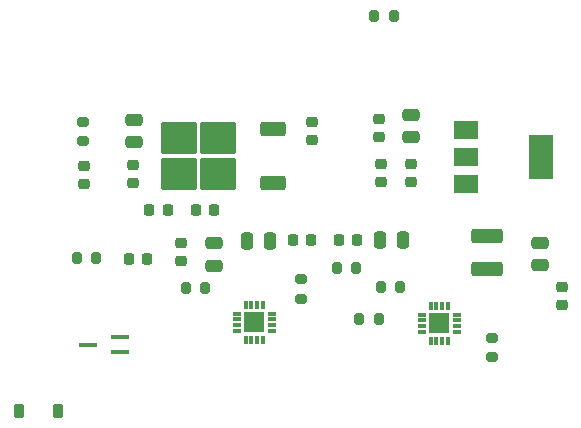
<source format=gtp>
G04 #@! TF.GenerationSoftware,KiCad,Pcbnew,7.0.1*
G04 #@! TF.CreationDate,2023-08-25T11:55:28+10:00*
G04 #@! TF.ProjectId,Firetruck,46697265-7472-4756-936b-2e6b69636164,rev?*
G04 #@! TF.SameCoordinates,Original*
G04 #@! TF.FileFunction,Paste,Top*
G04 #@! TF.FilePolarity,Positive*
%FSLAX46Y46*%
G04 Gerber Fmt 4.6, Leading zero omitted, Abs format (unit mm)*
G04 Created by KiCad (PCBNEW 7.0.1) date 2023-08-25 11:55:28*
%MOMM*%
%LPD*%
G01*
G04 APERTURE LIST*
G04 Aperture macros list*
%AMRoundRect*
0 Rectangle with rounded corners*
0 $1 Rounding radius*
0 $2 $3 $4 $5 $6 $7 $8 $9 X,Y pos of 4 corners*
0 Add a 4 corners polygon primitive as box body*
4,1,4,$2,$3,$4,$5,$6,$7,$8,$9,$2,$3,0*
0 Add four circle primitives for the rounded corners*
1,1,$1+$1,$2,$3*
1,1,$1+$1,$4,$5*
1,1,$1+$1,$6,$7*
1,1,$1+$1,$8,$9*
0 Add four rect primitives between the rounded corners*
20,1,$1+$1,$2,$3,$4,$5,0*
20,1,$1+$1,$4,$5,$6,$7,0*
20,1,$1+$1,$6,$7,$8,$9,0*
20,1,$1+$1,$8,$9,$2,$3,0*%
G04 Aperture macros list end*
%ADD10RoundRect,0.200000X-0.275000X0.200000X-0.275000X-0.200000X0.275000X-0.200000X0.275000X0.200000X0*%
%ADD11RoundRect,0.225000X0.225000X0.250000X-0.225000X0.250000X-0.225000X-0.250000X0.225000X-0.250000X0*%
%ADD12RoundRect,0.250000X1.075000X-0.375000X1.075000X0.375000X-1.075000X0.375000X-1.075000X-0.375000X0*%
%ADD13RoundRect,0.200000X-0.200000X-0.275000X0.200000X-0.275000X0.200000X0.275000X-0.200000X0.275000X0*%
%ADD14RoundRect,0.225000X0.250000X-0.225000X0.250000X0.225000X-0.250000X0.225000X-0.250000X-0.225000X0*%
%ADD15RoundRect,0.225000X-0.250000X0.225000X-0.250000X-0.225000X0.250000X-0.225000X0.250000X0.225000X0*%
%ADD16RoundRect,0.250000X0.475000X-0.250000X0.475000X0.250000X-0.475000X0.250000X-0.475000X-0.250000X0*%
%ADD17RoundRect,0.200000X0.200000X0.275000X-0.200000X0.275000X-0.200000X-0.275000X0.200000X-0.275000X0*%
%ADD18RoundRect,0.250000X-0.475000X0.250000X-0.475000X-0.250000X0.475000X-0.250000X0.475000X0.250000X0*%
%ADD19RoundRect,0.250000X-0.250000X-0.475000X0.250000X-0.475000X0.250000X0.475000X-0.250000X0.475000X0*%
%ADD20R,0.300000X0.800000*%
%ADD21R,0.800000X0.300000*%
%ADD22R,1.750000X1.750000*%
%ADD23RoundRect,0.225000X-0.225000X-0.375000X0.225000X-0.375000X0.225000X0.375000X-0.225000X0.375000X0*%
%ADD24RoundRect,0.200000X0.275000X-0.200000X0.275000X0.200000X-0.275000X0.200000X-0.275000X-0.200000X0*%
%ADD25R,1.500000X0.450000*%
%ADD26RoundRect,0.218750X0.256250X-0.218750X0.256250X0.218750X-0.256250X0.218750X-0.256250X-0.218750X0*%
%ADD27R,2.000000X1.500000*%
%ADD28R,2.000000X3.800000*%
%ADD29RoundRect,0.225000X-0.225000X-0.250000X0.225000X-0.250000X0.225000X0.250000X-0.225000X0.250000X0*%
%ADD30RoundRect,0.250000X0.850000X0.350000X-0.850000X0.350000X-0.850000X-0.350000X0.850000X-0.350000X0*%
%ADD31RoundRect,0.250000X1.275000X1.125000X-1.275000X1.125000X-1.275000X-1.125000X1.275000X-1.125000X0*%
G04 APERTURE END LIST*
D10*
X148350000Y-89970000D03*
X148350000Y-91620000D03*
D11*
X149185000Y-86680000D03*
X147635000Y-86680000D03*
D12*
X164120000Y-89120000D03*
X164120000Y-86320000D03*
D13*
X154575000Y-67650000D03*
X156225000Y-67650000D03*
D14*
X134170000Y-81840000D03*
X134170000Y-80290000D03*
D15*
X149290000Y-76665000D03*
X149290000Y-78215000D03*
D16*
X157640000Y-77970000D03*
X157640000Y-76070000D03*
D17*
X154945000Y-93350000D03*
X153295000Y-93350000D03*
X153010000Y-89050000D03*
X151360000Y-89050000D03*
D14*
X154990000Y-77920000D03*
X154990000Y-76370000D03*
D18*
X134220000Y-76480000D03*
X134220000Y-78380000D03*
D19*
X143820000Y-86740000D03*
X145720000Y-86740000D03*
D18*
X140980000Y-86945000D03*
X140980000Y-88845000D03*
D13*
X129350000Y-88200000D03*
X131000000Y-88200000D03*
D14*
X155120000Y-81740000D03*
X155120000Y-80190000D03*
D20*
X143655000Y-95135000D03*
X144155000Y-95135000D03*
X144655000Y-95135000D03*
X145155000Y-95135000D03*
D21*
X145905000Y-94385000D03*
X145905000Y-93885000D03*
X145905000Y-93385000D03*
X145905000Y-92885000D03*
D20*
X145155000Y-92135000D03*
X144655000Y-92135000D03*
X144155000Y-92135000D03*
X143655000Y-92135000D03*
D21*
X142905000Y-92885000D03*
X142905000Y-93385000D03*
X142905000Y-93885000D03*
X142905000Y-94385000D03*
D22*
X144405000Y-93635000D03*
D16*
X168570000Y-88810000D03*
X168570000Y-86910000D03*
D11*
X135330000Y-88280000D03*
X133780000Y-88280000D03*
D14*
X170420000Y-92150000D03*
X170420000Y-90600000D03*
D17*
X140265000Y-90740000D03*
X138615000Y-90740000D03*
D23*
X124490000Y-101110000D03*
X127790000Y-101110000D03*
D24*
X164530000Y-96575000D03*
X164530000Y-94925000D03*
D11*
X153130000Y-86670000D03*
X151580000Y-86670000D03*
D15*
X138220000Y-86900000D03*
X138220000Y-88450000D03*
D19*
X155080000Y-86690000D03*
X156980000Y-86690000D03*
D25*
X133000000Y-96170000D03*
X133000000Y-94870000D03*
X130340000Y-95520000D03*
D13*
X155090000Y-90620000D03*
X156740000Y-90620000D03*
D26*
X129940000Y-81947500D03*
X129940000Y-80372500D03*
D27*
X162340000Y-77330000D03*
X162340000Y-79630000D03*
D28*
X168640000Y-79630000D03*
D27*
X162340000Y-81930000D03*
D14*
X157630000Y-81740000D03*
X157630000Y-80190000D03*
D29*
X139440000Y-84100000D03*
X140990000Y-84100000D03*
D30*
X145960000Y-81800000D03*
D31*
X141335000Y-81045000D03*
X141335000Y-77995000D03*
X137985000Y-81045000D03*
X137985000Y-77995000D03*
D30*
X145960000Y-77240000D03*
D20*
X159320000Y-95220000D03*
X159820000Y-95220000D03*
X160320000Y-95220000D03*
X160820000Y-95220000D03*
D21*
X161570000Y-94470000D03*
X161570000Y-93970000D03*
X161570000Y-93470000D03*
X161570000Y-92970000D03*
D20*
X160820000Y-92220000D03*
X160320000Y-92220000D03*
X159820000Y-92220000D03*
X159320000Y-92220000D03*
D21*
X158570000Y-92970000D03*
X158570000Y-93470000D03*
X158570000Y-93970000D03*
X158570000Y-94470000D03*
D22*
X160070000Y-93720000D03*
D10*
X129880000Y-76650000D03*
X129880000Y-78300000D03*
D29*
X135500000Y-84100000D03*
X137050000Y-84100000D03*
M02*

</source>
